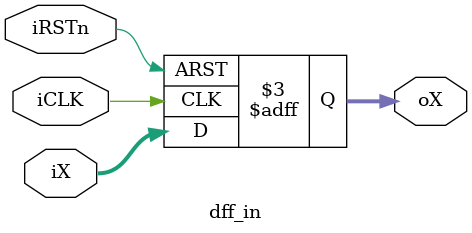
<source format=v>
module dff_in
	(input iCLK, iRSTn,
	input [31:0] iX,
	output reg [31:0] oX);

	always @(posedge iCLK, negedge iRSTn) begin
		if(!iRSTn) begin
			oX<=0;
		end
		else begin
			oX<=iX;
		end
	end

endmodule


</source>
